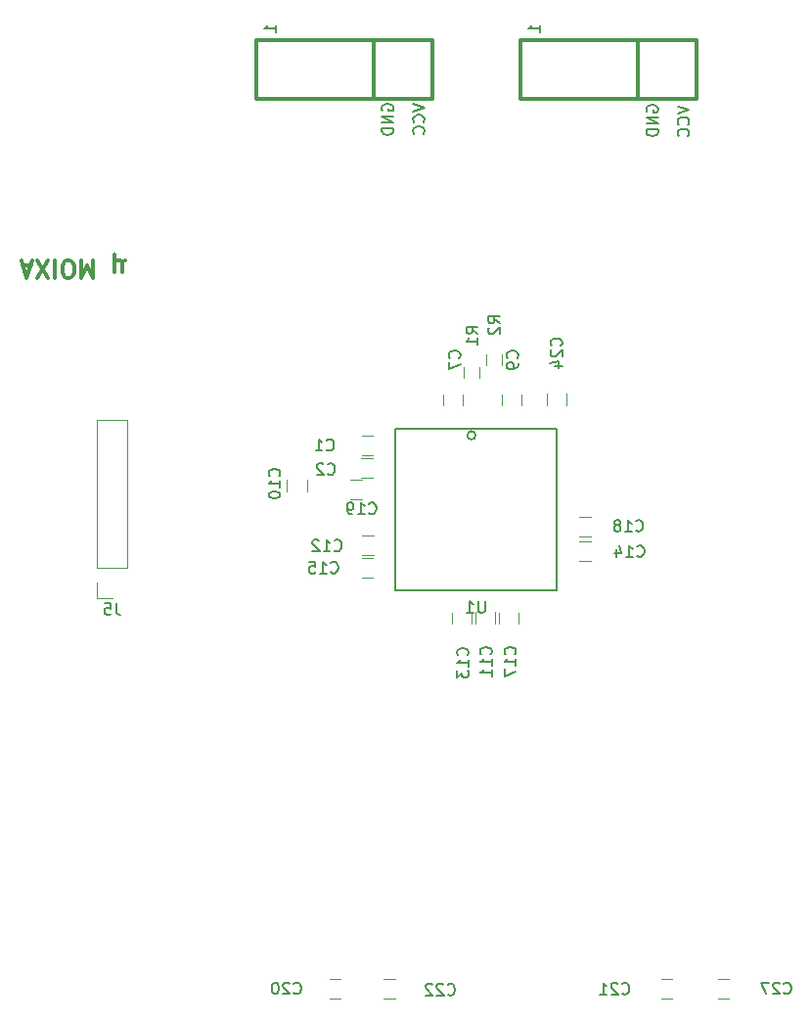
<source format=gbr>
G04 #@! TF.FileFunction,Legend,Bot*
%FSLAX46Y46*%
G04 Gerber Fmt 4.6, Leading zero omitted, Abs format (unit mm)*
G04 Created by KiCad (PCBNEW 4.0.7) date Sat Jan 20 00:24:16 2018*
%MOMM*%
%LPD*%
G01*
G04 APERTURE LIST*
%ADD10C,0.100000*%
%ADD11C,0.300000*%
%ADD12C,0.120000*%
%ADD13C,0.304800*%
%ADD14C,0.150000*%
G04 APERTURE END LIST*
D10*
D11*
X6261428Y-21430000D02*
X6975714Y-21430000D01*
X6118571Y-21001429D02*
X6618571Y-22501429D01*
X7118571Y-21001429D01*
X7475714Y-22501429D02*
X8475714Y-21001429D01*
X8475714Y-22501429D02*
X7475714Y-21001429D01*
X9047142Y-21001429D02*
X9047142Y-22501429D01*
X10047142Y-22501429D02*
X10332856Y-22501429D01*
X10475714Y-22430000D01*
X10618571Y-22287143D01*
X10689999Y-22001429D01*
X10689999Y-21501429D01*
X10618571Y-21215714D01*
X10475714Y-21072857D01*
X10332856Y-21001429D01*
X10047142Y-21001429D01*
X9904285Y-21072857D01*
X9761428Y-21215714D01*
X9689999Y-21501429D01*
X9689999Y-22001429D01*
X9761428Y-22287143D01*
X9904285Y-22430000D01*
X10047142Y-22501429D01*
X11332857Y-21001429D02*
X11332857Y-22501429D01*
X11832857Y-21430000D01*
X12332857Y-22501429D01*
X12332857Y-21001429D01*
X14190000Y-22001429D02*
X14190000Y-20501429D01*
X14904286Y-21215714D02*
X14975714Y-21072857D01*
X15118571Y-21001429D01*
X14190000Y-21215714D02*
X14261428Y-21072857D01*
X14404286Y-21001429D01*
X14690000Y-21001429D01*
X14832857Y-21072857D01*
X14904286Y-21215714D01*
X14904286Y-22001429D01*
D12*
X12670000Y-34820000D02*
X15330000Y-34820000D01*
X12670000Y-47580000D02*
X12670000Y-34820000D01*
X15330000Y-47580000D02*
X15330000Y-34820000D01*
X12670000Y-47580000D02*
X15330000Y-47580000D01*
X12670000Y-48850000D02*
X12670000Y-50180000D01*
X12670000Y-50180000D02*
X14000000Y-50180000D01*
X35590000Y-36130000D02*
X36590000Y-36130000D01*
X36590000Y-37830000D02*
X35590000Y-37830000D01*
X35550000Y-38050000D02*
X36550000Y-38050000D01*
X36550000Y-39750000D02*
X35550000Y-39750000D01*
X44350000Y-32550000D02*
X44350000Y-33550000D01*
X42650000Y-33550000D02*
X42650000Y-32550000D01*
X49450000Y-32550000D02*
X49450000Y-33550000D01*
X47750000Y-33550000D02*
X47750000Y-32550000D01*
X30840000Y-39930000D02*
X30840000Y-40930000D01*
X29140000Y-40930000D02*
X29140000Y-39930000D01*
X45450000Y-52400000D02*
X45450000Y-51400000D01*
X47150000Y-51400000D02*
X47150000Y-52400000D01*
X35600000Y-44750000D02*
X36600000Y-44750000D01*
X36600000Y-46450000D02*
X35600000Y-46450000D01*
X43440000Y-52430000D02*
X43440000Y-51430000D01*
X45140000Y-51430000D02*
X45140000Y-52430000D01*
X55400000Y-46950000D02*
X54400000Y-46950000D01*
X54400000Y-45250000D02*
X55400000Y-45250000D01*
X35590000Y-46730000D02*
X36590000Y-46730000D01*
X36590000Y-48430000D02*
X35590000Y-48430000D01*
X55440000Y-44830000D02*
X54440000Y-44830000D01*
X54440000Y-43130000D02*
X55440000Y-43130000D01*
X34640000Y-39930000D02*
X35640000Y-39930000D01*
X35640000Y-41630000D02*
X34640000Y-41630000D01*
D13*
X59470000Y-1960000D02*
X59470000Y-7040000D01*
X49310000Y-1960000D02*
X49310000Y-7040000D01*
X64550000Y-1960000D02*
X49310000Y-1960000D01*
X64550000Y-7040000D02*
X64550000Y-1960000D01*
X49310000Y-7040000D02*
X64550000Y-7040000D01*
X36610000Y-1960000D02*
X36610000Y-7040000D01*
X26450000Y-1960000D02*
X26450000Y-7040000D01*
X41690000Y-1960000D02*
X26450000Y-1960000D01*
X41690000Y-7040000D02*
X41690000Y-1960000D01*
X26450000Y-7040000D02*
X41690000Y-7040000D01*
D14*
X52500000Y-35500000D02*
X52500000Y-49500000D01*
X52500000Y-49500000D02*
X38500000Y-49500000D01*
X38500000Y-49500000D02*
X38500000Y-35500000D01*
X52500000Y-35500000D02*
X38500000Y-35500000D01*
X45460555Y-36100000D02*
G75*
G03X45460555Y-36100000I-360555J0D01*
G01*
D12*
X33800000Y-84850000D02*
X32800000Y-84850000D01*
X32800000Y-83150000D02*
X33800000Y-83150000D01*
X62500000Y-84850000D02*
X61500000Y-84850000D01*
X61500000Y-83150000D02*
X62500000Y-83150000D01*
X37500000Y-83150000D02*
X38500000Y-83150000D01*
X38500000Y-84850000D02*
X37500000Y-84850000D01*
X51640000Y-33530000D02*
X51640000Y-32530000D01*
X53340000Y-32530000D02*
X53340000Y-33530000D01*
X67400000Y-84850000D02*
X66400000Y-84850000D01*
X66400000Y-83150000D02*
X67400000Y-83150000D01*
X47440000Y-52430000D02*
X47440000Y-51430000D01*
X49140000Y-51430000D02*
X49140000Y-52430000D01*
X44410000Y-30180000D02*
X44410000Y-31180000D01*
X45770000Y-31180000D02*
X45770000Y-30180000D01*
X46410000Y-29080000D02*
X46410000Y-30080000D01*
X47770000Y-30080000D02*
X47770000Y-29080000D01*
D14*
X14333333Y-50632381D02*
X14333333Y-51346667D01*
X14380953Y-51489524D01*
X14476191Y-51584762D01*
X14619048Y-51632381D01*
X14714286Y-51632381D01*
X13380952Y-50632381D02*
X13857143Y-50632381D01*
X13904762Y-51108571D01*
X13857143Y-51060952D01*
X13761905Y-51013333D01*
X13523809Y-51013333D01*
X13428571Y-51060952D01*
X13380952Y-51108571D01*
X13333333Y-51203810D01*
X13333333Y-51441905D01*
X13380952Y-51537143D01*
X13428571Y-51584762D01*
X13523809Y-51632381D01*
X13761905Y-51632381D01*
X13857143Y-51584762D01*
X13904762Y-51537143D01*
X32556666Y-37337143D02*
X32604285Y-37384762D01*
X32747142Y-37432381D01*
X32842380Y-37432381D01*
X32985238Y-37384762D01*
X33080476Y-37289524D01*
X33128095Y-37194286D01*
X33175714Y-37003810D01*
X33175714Y-36860952D01*
X33128095Y-36670476D01*
X33080476Y-36575238D01*
X32985238Y-36480000D01*
X32842380Y-36432381D01*
X32747142Y-36432381D01*
X32604285Y-36480000D01*
X32556666Y-36527619D01*
X31604285Y-37432381D02*
X32175714Y-37432381D01*
X31890000Y-37432381D02*
X31890000Y-36432381D01*
X31985238Y-36575238D01*
X32080476Y-36670476D01*
X32175714Y-36718095D01*
X32656666Y-39437143D02*
X32704285Y-39484762D01*
X32847142Y-39532381D01*
X32942380Y-39532381D01*
X33085238Y-39484762D01*
X33180476Y-39389524D01*
X33228095Y-39294286D01*
X33275714Y-39103810D01*
X33275714Y-38960952D01*
X33228095Y-38770476D01*
X33180476Y-38675238D01*
X33085238Y-38580000D01*
X32942380Y-38532381D01*
X32847142Y-38532381D01*
X32704285Y-38580000D01*
X32656666Y-38627619D01*
X32275714Y-38627619D02*
X32228095Y-38580000D01*
X32132857Y-38532381D01*
X31894761Y-38532381D01*
X31799523Y-38580000D01*
X31751904Y-38627619D01*
X31704285Y-38722857D01*
X31704285Y-38818095D01*
X31751904Y-38960952D01*
X32323333Y-39532381D01*
X31704285Y-39532381D01*
X44047143Y-29413334D02*
X44094762Y-29365715D01*
X44142381Y-29222858D01*
X44142381Y-29127620D01*
X44094762Y-28984762D01*
X43999524Y-28889524D01*
X43904286Y-28841905D01*
X43713810Y-28794286D01*
X43570952Y-28794286D01*
X43380476Y-28841905D01*
X43285238Y-28889524D01*
X43190000Y-28984762D01*
X43142381Y-29127620D01*
X43142381Y-29222858D01*
X43190000Y-29365715D01*
X43237619Y-29413334D01*
X43142381Y-29746667D02*
X43142381Y-30413334D01*
X44142381Y-29984762D01*
X49047143Y-29413334D02*
X49094762Y-29365715D01*
X49142381Y-29222858D01*
X49142381Y-29127620D01*
X49094762Y-28984762D01*
X48999524Y-28889524D01*
X48904286Y-28841905D01*
X48713810Y-28794286D01*
X48570952Y-28794286D01*
X48380476Y-28841905D01*
X48285238Y-28889524D01*
X48190000Y-28984762D01*
X48142381Y-29127620D01*
X48142381Y-29222858D01*
X48190000Y-29365715D01*
X48237619Y-29413334D01*
X49142381Y-29889524D02*
X49142381Y-30080000D01*
X49094762Y-30175239D01*
X49047143Y-30222858D01*
X48904286Y-30318096D01*
X48713810Y-30365715D01*
X48332857Y-30365715D01*
X48237619Y-30318096D01*
X48190000Y-30270477D01*
X48142381Y-30175239D01*
X48142381Y-29984762D01*
X48190000Y-29889524D01*
X48237619Y-29841905D01*
X48332857Y-29794286D01*
X48570952Y-29794286D01*
X48666190Y-29841905D01*
X48713810Y-29889524D01*
X48761429Y-29984762D01*
X48761429Y-30175239D01*
X48713810Y-30270477D01*
X48666190Y-30318096D01*
X48570952Y-30365715D01*
X28447143Y-39637143D02*
X28494762Y-39589524D01*
X28542381Y-39446667D01*
X28542381Y-39351429D01*
X28494762Y-39208571D01*
X28399524Y-39113333D01*
X28304286Y-39065714D01*
X28113810Y-39018095D01*
X27970952Y-39018095D01*
X27780476Y-39065714D01*
X27685238Y-39113333D01*
X27590000Y-39208571D01*
X27542381Y-39351429D01*
X27542381Y-39446667D01*
X27590000Y-39589524D01*
X27637619Y-39637143D01*
X28542381Y-40589524D02*
X28542381Y-40018095D01*
X28542381Y-40303809D02*
X27542381Y-40303809D01*
X27685238Y-40208571D01*
X27780476Y-40113333D01*
X27828095Y-40018095D01*
X27542381Y-41208571D02*
X27542381Y-41303810D01*
X27590000Y-41399048D01*
X27637619Y-41446667D01*
X27732857Y-41494286D01*
X27923333Y-41541905D01*
X28161429Y-41541905D01*
X28351905Y-41494286D01*
X28447143Y-41446667D01*
X28494762Y-41399048D01*
X28542381Y-41303810D01*
X28542381Y-41208571D01*
X28494762Y-41113333D01*
X28447143Y-41065714D01*
X28351905Y-41018095D01*
X28161429Y-40970476D01*
X27923333Y-40970476D01*
X27732857Y-41018095D01*
X27637619Y-41065714D01*
X27590000Y-41113333D01*
X27542381Y-41208571D01*
X46747143Y-55037143D02*
X46794762Y-54989524D01*
X46842381Y-54846667D01*
X46842381Y-54751429D01*
X46794762Y-54608571D01*
X46699524Y-54513333D01*
X46604286Y-54465714D01*
X46413810Y-54418095D01*
X46270952Y-54418095D01*
X46080476Y-54465714D01*
X45985238Y-54513333D01*
X45890000Y-54608571D01*
X45842381Y-54751429D01*
X45842381Y-54846667D01*
X45890000Y-54989524D01*
X45937619Y-55037143D01*
X46842381Y-55989524D02*
X46842381Y-55418095D01*
X46842381Y-55703809D02*
X45842381Y-55703809D01*
X45985238Y-55608571D01*
X46080476Y-55513333D01*
X46128095Y-55418095D01*
X46842381Y-56941905D02*
X46842381Y-56370476D01*
X46842381Y-56656190D02*
X45842381Y-56656190D01*
X45985238Y-56560952D01*
X46080476Y-56465714D01*
X46128095Y-56370476D01*
X33232857Y-46037143D02*
X33280476Y-46084762D01*
X33423333Y-46132381D01*
X33518571Y-46132381D01*
X33661429Y-46084762D01*
X33756667Y-45989524D01*
X33804286Y-45894286D01*
X33851905Y-45703810D01*
X33851905Y-45560952D01*
X33804286Y-45370476D01*
X33756667Y-45275238D01*
X33661429Y-45180000D01*
X33518571Y-45132381D01*
X33423333Y-45132381D01*
X33280476Y-45180000D01*
X33232857Y-45227619D01*
X32280476Y-46132381D02*
X32851905Y-46132381D01*
X32566191Y-46132381D02*
X32566191Y-45132381D01*
X32661429Y-45275238D01*
X32756667Y-45370476D01*
X32851905Y-45418095D01*
X31899524Y-45227619D02*
X31851905Y-45180000D01*
X31756667Y-45132381D01*
X31518571Y-45132381D01*
X31423333Y-45180000D01*
X31375714Y-45227619D01*
X31328095Y-45322857D01*
X31328095Y-45418095D01*
X31375714Y-45560952D01*
X31947143Y-46132381D01*
X31328095Y-46132381D01*
X44747143Y-55137143D02*
X44794762Y-55089524D01*
X44842381Y-54946667D01*
X44842381Y-54851429D01*
X44794762Y-54708571D01*
X44699524Y-54613333D01*
X44604286Y-54565714D01*
X44413810Y-54518095D01*
X44270952Y-54518095D01*
X44080476Y-54565714D01*
X43985238Y-54613333D01*
X43890000Y-54708571D01*
X43842381Y-54851429D01*
X43842381Y-54946667D01*
X43890000Y-55089524D01*
X43937619Y-55137143D01*
X44842381Y-56089524D02*
X44842381Y-55518095D01*
X44842381Y-55803809D02*
X43842381Y-55803809D01*
X43985238Y-55708571D01*
X44080476Y-55613333D01*
X44128095Y-55518095D01*
X43842381Y-56422857D02*
X43842381Y-57041905D01*
X44223333Y-56708571D01*
X44223333Y-56851429D01*
X44270952Y-56946667D01*
X44318571Y-56994286D01*
X44413810Y-57041905D01*
X44651905Y-57041905D01*
X44747143Y-56994286D01*
X44794762Y-56946667D01*
X44842381Y-56851429D01*
X44842381Y-56565714D01*
X44794762Y-56470476D01*
X44747143Y-56422857D01*
X59432857Y-46537143D02*
X59480476Y-46584762D01*
X59623333Y-46632381D01*
X59718571Y-46632381D01*
X59861429Y-46584762D01*
X59956667Y-46489524D01*
X60004286Y-46394286D01*
X60051905Y-46203810D01*
X60051905Y-46060952D01*
X60004286Y-45870476D01*
X59956667Y-45775238D01*
X59861429Y-45680000D01*
X59718571Y-45632381D01*
X59623333Y-45632381D01*
X59480476Y-45680000D01*
X59432857Y-45727619D01*
X58480476Y-46632381D02*
X59051905Y-46632381D01*
X58766191Y-46632381D02*
X58766191Y-45632381D01*
X58861429Y-45775238D01*
X58956667Y-45870476D01*
X59051905Y-45918095D01*
X57623333Y-45965714D02*
X57623333Y-46632381D01*
X57861429Y-45584762D02*
X58099524Y-46299048D01*
X57480476Y-46299048D01*
X32932857Y-47937143D02*
X32980476Y-47984762D01*
X33123333Y-48032381D01*
X33218571Y-48032381D01*
X33361429Y-47984762D01*
X33456667Y-47889524D01*
X33504286Y-47794286D01*
X33551905Y-47603810D01*
X33551905Y-47460952D01*
X33504286Y-47270476D01*
X33456667Y-47175238D01*
X33361429Y-47080000D01*
X33218571Y-47032381D01*
X33123333Y-47032381D01*
X32980476Y-47080000D01*
X32932857Y-47127619D01*
X31980476Y-48032381D02*
X32551905Y-48032381D01*
X32266191Y-48032381D02*
X32266191Y-47032381D01*
X32361429Y-47175238D01*
X32456667Y-47270476D01*
X32551905Y-47318095D01*
X31075714Y-47032381D02*
X31551905Y-47032381D01*
X31599524Y-47508571D01*
X31551905Y-47460952D01*
X31456667Y-47413333D01*
X31218571Y-47413333D01*
X31123333Y-47460952D01*
X31075714Y-47508571D01*
X31028095Y-47603810D01*
X31028095Y-47841905D01*
X31075714Y-47937143D01*
X31123333Y-47984762D01*
X31218571Y-48032381D01*
X31456667Y-48032381D01*
X31551905Y-47984762D01*
X31599524Y-47937143D01*
X59332857Y-44337143D02*
X59380476Y-44384762D01*
X59523333Y-44432381D01*
X59618571Y-44432381D01*
X59761429Y-44384762D01*
X59856667Y-44289524D01*
X59904286Y-44194286D01*
X59951905Y-44003810D01*
X59951905Y-43860952D01*
X59904286Y-43670476D01*
X59856667Y-43575238D01*
X59761429Y-43480000D01*
X59618571Y-43432381D01*
X59523333Y-43432381D01*
X59380476Y-43480000D01*
X59332857Y-43527619D01*
X58380476Y-44432381D02*
X58951905Y-44432381D01*
X58666191Y-44432381D02*
X58666191Y-43432381D01*
X58761429Y-43575238D01*
X58856667Y-43670476D01*
X58951905Y-43718095D01*
X57809048Y-43860952D02*
X57904286Y-43813333D01*
X57951905Y-43765714D01*
X57999524Y-43670476D01*
X57999524Y-43622857D01*
X57951905Y-43527619D01*
X57904286Y-43480000D01*
X57809048Y-43432381D01*
X57618571Y-43432381D01*
X57523333Y-43480000D01*
X57475714Y-43527619D01*
X57428095Y-43622857D01*
X57428095Y-43670476D01*
X57475714Y-43765714D01*
X57523333Y-43813333D01*
X57618571Y-43860952D01*
X57809048Y-43860952D01*
X57904286Y-43908571D01*
X57951905Y-43956190D01*
X57999524Y-44051429D01*
X57999524Y-44241905D01*
X57951905Y-44337143D01*
X57904286Y-44384762D01*
X57809048Y-44432381D01*
X57618571Y-44432381D01*
X57523333Y-44384762D01*
X57475714Y-44337143D01*
X57428095Y-44241905D01*
X57428095Y-44051429D01*
X57475714Y-43956190D01*
X57523333Y-43908571D01*
X57618571Y-43860952D01*
X36232857Y-42837143D02*
X36280476Y-42884762D01*
X36423333Y-42932381D01*
X36518571Y-42932381D01*
X36661429Y-42884762D01*
X36756667Y-42789524D01*
X36804286Y-42694286D01*
X36851905Y-42503810D01*
X36851905Y-42360952D01*
X36804286Y-42170476D01*
X36756667Y-42075238D01*
X36661429Y-41980000D01*
X36518571Y-41932381D01*
X36423333Y-41932381D01*
X36280476Y-41980000D01*
X36232857Y-42027619D01*
X35280476Y-42932381D02*
X35851905Y-42932381D01*
X35566191Y-42932381D02*
X35566191Y-41932381D01*
X35661429Y-42075238D01*
X35756667Y-42170476D01*
X35851905Y-42218095D01*
X34804286Y-42932381D02*
X34613810Y-42932381D01*
X34518571Y-42884762D01*
X34470952Y-42837143D01*
X34375714Y-42694286D01*
X34328095Y-42503810D01*
X34328095Y-42122857D01*
X34375714Y-42027619D01*
X34423333Y-41980000D01*
X34518571Y-41932381D01*
X34709048Y-41932381D01*
X34804286Y-41980000D01*
X34851905Y-42027619D01*
X34899524Y-42122857D01*
X34899524Y-42360952D01*
X34851905Y-42456190D01*
X34804286Y-42503810D01*
X34709048Y-42551429D01*
X34518571Y-42551429D01*
X34423333Y-42503810D01*
X34375714Y-42456190D01*
X34328095Y-42360952D01*
X51032381Y-1229715D02*
X51032381Y-658286D01*
X51032381Y-944000D02*
X50032381Y-944000D01*
X50175238Y-848762D01*
X50270476Y-753524D01*
X50318095Y-658286D01*
X60290000Y-8118096D02*
X60242381Y-8022858D01*
X60242381Y-7880001D01*
X60290000Y-7737143D01*
X60385238Y-7641905D01*
X60480476Y-7594286D01*
X60670952Y-7546667D01*
X60813810Y-7546667D01*
X61004286Y-7594286D01*
X61099524Y-7641905D01*
X61194762Y-7737143D01*
X61242381Y-7880001D01*
X61242381Y-7975239D01*
X61194762Y-8118096D01*
X61147143Y-8165715D01*
X60813810Y-8165715D01*
X60813810Y-7975239D01*
X61242381Y-8594286D02*
X60242381Y-8594286D01*
X61242381Y-9165715D01*
X60242381Y-9165715D01*
X61242381Y-9641905D02*
X60242381Y-9641905D01*
X60242381Y-9880000D01*
X60290000Y-10022858D01*
X60385238Y-10118096D01*
X60480476Y-10165715D01*
X60670952Y-10213334D01*
X60813810Y-10213334D01*
X61004286Y-10165715D01*
X61099524Y-10118096D01*
X61194762Y-10022858D01*
X61242381Y-9880000D01*
X61242381Y-9641905D01*
X62942381Y-7646667D02*
X63942381Y-7980000D01*
X62942381Y-8313334D01*
X63847143Y-9218096D02*
X63894762Y-9170477D01*
X63942381Y-9027620D01*
X63942381Y-8932382D01*
X63894762Y-8789524D01*
X63799524Y-8694286D01*
X63704286Y-8646667D01*
X63513810Y-8599048D01*
X63370952Y-8599048D01*
X63180476Y-8646667D01*
X63085238Y-8694286D01*
X62990000Y-8789524D01*
X62942381Y-8932382D01*
X62942381Y-9027620D01*
X62990000Y-9170477D01*
X63037619Y-9218096D01*
X63847143Y-10218096D02*
X63894762Y-10170477D01*
X63942381Y-10027620D01*
X63942381Y-9932382D01*
X63894762Y-9789524D01*
X63799524Y-9694286D01*
X63704286Y-9646667D01*
X63513810Y-9599048D01*
X63370952Y-9599048D01*
X63180476Y-9646667D01*
X63085238Y-9694286D01*
X62990000Y-9789524D01*
X62942381Y-9932382D01*
X62942381Y-10027620D01*
X62990000Y-10170477D01*
X63037619Y-10218096D01*
X28172381Y-1229715D02*
X28172381Y-658286D01*
X28172381Y-944000D02*
X27172381Y-944000D01*
X27315238Y-848762D01*
X27410476Y-753524D01*
X27458095Y-658286D01*
X37390000Y-8018096D02*
X37342381Y-7922858D01*
X37342381Y-7780001D01*
X37390000Y-7637143D01*
X37485238Y-7541905D01*
X37580476Y-7494286D01*
X37770952Y-7446667D01*
X37913810Y-7446667D01*
X38104286Y-7494286D01*
X38199524Y-7541905D01*
X38294762Y-7637143D01*
X38342381Y-7780001D01*
X38342381Y-7875239D01*
X38294762Y-8018096D01*
X38247143Y-8065715D01*
X37913810Y-8065715D01*
X37913810Y-7875239D01*
X38342381Y-8494286D02*
X37342381Y-8494286D01*
X38342381Y-9065715D01*
X37342381Y-9065715D01*
X38342381Y-9541905D02*
X37342381Y-9541905D01*
X37342381Y-9780000D01*
X37390000Y-9922858D01*
X37485238Y-10018096D01*
X37580476Y-10065715D01*
X37770952Y-10113334D01*
X37913810Y-10113334D01*
X38104286Y-10065715D01*
X38199524Y-10018096D01*
X38294762Y-9922858D01*
X38342381Y-9780000D01*
X38342381Y-9541905D01*
X40042381Y-7446667D02*
X41042381Y-7780000D01*
X40042381Y-8113334D01*
X40947143Y-9018096D02*
X40994762Y-8970477D01*
X41042381Y-8827620D01*
X41042381Y-8732382D01*
X40994762Y-8589524D01*
X40899524Y-8494286D01*
X40804286Y-8446667D01*
X40613810Y-8399048D01*
X40470952Y-8399048D01*
X40280476Y-8446667D01*
X40185238Y-8494286D01*
X40090000Y-8589524D01*
X40042381Y-8732382D01*
X40042381Y-8827620D01*
X40090000Y-8970477D01*
X40137619Y-9018096D01*
X40947143Y-10018096D02*
X40994762Y-9970477D01*
X41042381Y-9827620D01*
X41042381Y-9732382D01*
X40994762Y-9589524D01*
X40899524Y-9494286D01*
X40804286Y-9446667D01*
X40613810Y-9399048D01*
X40470952Y-9399048D01*
X40280476Y-9446667D01*
X40185238Y-9494286D01*
X40090000Y-9589524D01*
X40042381Y-9732382D01*
X40042381Y-9827620D01*
X40090000Y-9970477D01*
X40137619Y-10018096D01*
X46261905Y-50452381D02*
X46261905Y-51261905D01*
X46214286Y-51357143D01*
X46166667Y-51404762D01*
X46071429Y-51452381D01*
X45880952Y-51452381D01*
X45785714Y-51404762D01*
X45738095Y-51357143D01*
X45690476Y-51261905D01*
X45690476Y-50452381D01*
X44690476Y-51452381D02*
X45261905Y-51452381D01*
X44976191Y-51452381D02*
X44976191Y-50452381D01*
X45071429Y-50595238D01*
X45166667Y-50690476D01*
X45261905Y-50738095D01*
X29732857Y-84337143D02*
X29780476Y-84384762D01*
X29923333Y-84432381D01*
X30018571Y-84432381D01*
X30161429Y-84384762D01*
X30256667Y-84289524D01*
X30304286Y-84194286D01*
X30351905Y-84003810D01*
X30351905Y-83860952D01*
X30304286Y-83670476D01*
X30256667Y-83575238D01*
X30161429Y-83480000D01*
X30018571Y-83432381D01*
X29923333Y-83432381D01*
X29780476Y-83480000D01*
X29732857Y-83527619D01*
X29351905Y-83527619D02*
X29304286Y-83480000D01*
X29209048Y-83432381D01*
X28970952Y-83432381D01*
X28875714Y-83480000D01*
X28828095Y-83527619D01*
X28780476Y-83622857D01*
X28780476Y-83718095D01*
X28828095Y-83860952D01*
X29399524Y-84432381D01*
X28780476Y-84432381D01*
X28161429Y-83432381D02*
X28066190Y-83432381D01*
X27970952Y-83480000D01*
X27923333Y-83527619D01*
X27875714Y-83622857D01*
X27828095Y-83813333D01*
X27828095Y-84051429D01*
X27875714Y-84241905D01*
X27923333Y-84337143D01*
X27970952Y-84384762D01*
X28066190Y-84432381D01*
X28161429Y-84432381D01*
X28256667Y-84384762D01*
X28304286Y-84337143D01*
X28351905Y-84241905D01*
X28399524Y-84051429D01*
X28399524Y-83813333D01*
X28351905Y-83622857D01*
X28304286Y-83527619D01*
X28256667Y-83480000D01*
X28161429Y-83432381D01*
X58142857Y-84357143D02*
X58190476Y-84404762D01*
X58333333Y-84452381D01*
X58428571Y-84452381D01*
X58571429Y-84404762D01*
X58666667Y-84309524D01*
X58714286Y-84214286D01*
X58761905Y-84023810D01*
X58761905Y-83880952D01*
X58714286Y-83690476D01*
X58666667Y-83595238D01*
X58571429Y-83500000D01*
X58428571Y-83452381D01*
X58333333Y-83452381D01*
X58190476Y-83500000D01*
X58142857Y-83547619D01*
X57761905Y-83547619D02*
X57714286Y-83500000D01*
X57619048Y-83452381D01*
X57380952Y-83452381D01*
X57285714Y-83500000D01*
X57238095Y-83547619D01*
X57190476Y-83642857D01*
X57190476Y-83738095D01*
X57238095Y-83880952D01*
X57809524Y-84452381D01*
X57190476Y-84452381D01*
X56238095Y-84452381D02*
X56809524Y-84452381D01*
X56523810Y-84452381D02*
X56523810Y-83452381D01*
X56619048Y-83595238D01*
X56714286Y-83690476D01*
X56809524Y-83738095D01*
X43032857Y-84437143D02*
X43080476Y-84484762D01*
X43223333Y-84532381D01*
X43318571Y-84532381D01*
X43461429Y-84484762D01*
X43556667Y-84389524D01*
X43604286Y-84294286D01*
X43651905Y-84103810D01*
X43651905Y-83960952D01*
X43604286Y-83770476D01*
X43556667Y-83675238D01*
X43461429Y-83580000D01*
X43318571Y-83532381D01*
X43223333Y-83532381D01*
X43080476Y-83580000D01*
X43032857Y-83627619D01*
X42651905Y-83627619D02*
X42604286Y-83580000D01*
X42509048Y-83532381D01*
X42270952Y-83532381D01*
X42175714Y-83580000D01*
X42128095Y-83627619D01*
X42080476Y-83722857D01*
X42080476Y-83818095D01*
X42128095Y-83960952D01*
X42699524Y-84532381D01*
X42080476Y-84532381D01*
X41699524Y-83627619D02*
X41651905Y-83580000D01*
X41556667Y-83532381D01*
X41318571Y-83532381D01*
X41223333Y-83580000D01*
X41175714Y-83627619D01*
X41128095Y-83722857D01*
X41128095Y-83818095D01*
X41175714Y-83960952D01*
X41747143Y-84532381D01*
X41128095Y-84532381D01*
X52847143Y-28337143D02*
X52894762Y-28289524D01*
X52942381Y-28146667D01*
X52942381Y-28051429D01*
X52894762Y-27908571D01*
X52799524Y-27813333D01*
X52704286Y-27765714D01*
X52513810Y-27718095D01*
X52370952Y-27718095D01*
X52180476Y-27765714D01*
X52085238Y-27813333D01*
X51990000Y-27908571D01*
X51942381Y-28051429D01*
X51942381Y-28146667D01*
X51990000Y-28289524D01*
X52037619Y-28337143D01*
X52037619Y-28718095D02*
X51990000Y-28765714D01*
X51942381Y-28860952D01*
X51942381Y-29099048D01*
X51990000Y-29194286D01*
X52037619Y-29241905D01*
X52132857Y-29289524D01*
X52228095Y-29289524D01*
X52370952Y-29241905D01*
X52942381Y-28670476D01*
X52942381Y-29289524D01*
X52275714Y-30146667D02*
X52942381Y-30146667D01*
X51894762Y-29908571D02*
X52609048Y-29670476D01*
X52609048Y-30289524D01*
X72132857Y-84337143D02*
X72180476Y-84384762D01*
X72323333Y-84432381D01*
X72418571Y-84432381D01*
X72561429Y-84384762D01*
X72656667Y-84289524D01*
X72704286Y-84194286D01*
X72751905Y-84003810D01*
X72751905Y-83860952D01*
X72704286Y-83670476D01*
X72656667Y-83575238D01*
X72561429Y-83480000D01*
X72418571Y-83432381D01*
X72323333Y-83432381D01*
X72180476Y-83480000D01*
X72132857Y-83527619D01*
X71751905Y-83527619D02*
X71704286Y-83480000D01*
X71609048Y-83432381D01*
X71370952Y-83432381D01*
X71275714Y-83480000D01*
X71228095Y-83527619D01*
X71180476Y-83622857D01*
X71180476Y-83718095D01*
X71228095Y-83860952D01*
X71799524Y-84432381D01*
X71180476Y-84432381D01*
X70847143Y-83432381D02*
X70180476Y-83432381D01*
X70609048Y-84432381D01*
X48847143Y-55037143D02*
X48894762Y-54989524D01*
X48942381Y-54846667D01*
X48942381Y-54751429D01*
X48894762Y-54608571D01*
X48799524Y-54513333D01*
X48704286Y-54465714D01*
X48513810Y-54418095D01*
X48370952Y-54418095D01*
X48180476Y-54465714D01*
X48085238Y-54513333D01*
X47990000Y-54608571D01*
X47942381Y-54751429D01*
X47942381Y-54846667D01*
X47990000Y-54989524D01*
X48037619Y-55037143D01*
X48942381Y-55989524D02*
X48942381Y-55418095D01*
X48942381Y-55703809D02*
X47942381Y-55703809D01*
X48085238Y-55608571D01*
X48180476Y-55513333D01*
X48228095Y-55418095D01*
X47942381Y-56322857D02*
X47942381Y-56989524D01*
X48942381Y-56560952D01*
X45642381Y-27313334D02*
X45166190Y-26980000D01*
X45642381Y-26741905D02*
X44642381Y-26741905D01*
X44642381Y-27122858D01*
X44690000Y-27218096D01*
X44737619Y-27265715D01*
X44832857Y-27313334D01*
X44975714Y-27313334D01*
X45070952Y-27265715D01*
X45118571Y-27218096D01*
X45166190Y-27122858D01*
X45166190Y-26741905D01*
X45642381Y-28265715D02*
X45642381Y-27694286D01*
X45642381Y-27980000D02*
X44642381Y-27980000D01*
X44785238Y-27884762D01*
X44880476Y-27789524D01*
X44928095Y-27694286D01*
X47542381Y-26413334D02*
X47066190Y-26080000D01*
X47542381Y-25841905D02*
X46542381Y-25841905D01*
X46542381Y-26222858D01*
X46590000Y-26318096D01*
X46637619Y-26365715D01*
X46732857Y-26413334D01*
X46875714Y-26413334D01*
X46970952Y-26365715D01*
X47018571Y-26318096D01*
X47066190Y-26222858D01*
X47066190Y-25841905D01*
X46637619Y-26794286D02*
X46590000Y-26841905D01*
X46542381Y-26937143D01*
X46542381Y-27175239D01*
X46590000Y-27270477D01*
X46637619Y-27318096D01*
X46732857Y-27365715D01*
X46828095Y-27365715D01*
X46970952Y-27318096D01*
X47542381Y-26746667D01*
X47542381Y-27365715D01*
M02*

</source>
